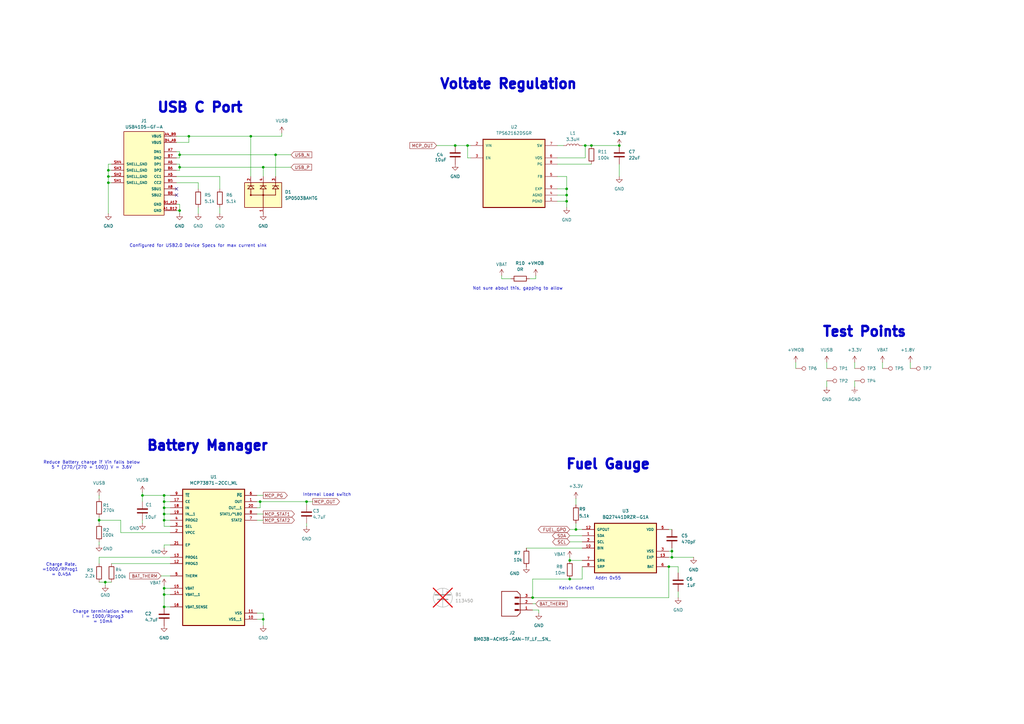
<source format=kicad_sch>
(kicad_sch (version 20250114) (generator "eeschema") (generator_version "9.0")
  (paper "A3")
  (title_block (title "Power System") (company "The University of Queensland"))
  (lib_symbols
    (symbol "BM03B-ACHSS-GAN-TF_LF__SN_:BM03B-ACHSS-GAN-TF_LF__SN_" (pin_names (offset 1.016) (hide yes))
      (property "Reference" "J" (at 0 6.35 0))
      (property "Value" "BM03B-ACHSS-GAN-TF_LF__SN_" (at 0 -7.62 0))
      (symbol "BM03B-ACHSS-GAN-TF_LF__SN__0_0"
        (pin passive line (at -5.08 2.54 0) (length 5.08) (name "1") (number "1"))
        (pin passive line (at -5.08 0 0) (length 5.08) (name "2") (number "2"))
        (pin passive line (at -5.08 -2.54 0) (length 5.08) (name "3") (number "3"))
      )
    )
    (symbol "BQ27441DRZR-G1A:BQ27441DRZR-G1A" (pin_names (offset 1.016))
      (property "Reference" "U" (at -12.7 17.51 0))
      (property "Value" "BQ27441DRZR-G1A" (at -12.7 -37.02 0))
      (symbol "BQ27441DRZR-G1A_0_0"
        (pin output line (at -17.78 13.97 0) (length 5.08) (name "GPOUT") (number "12"))
        (pin bidirectional line (at -17.78 11.43 0) (length 5.08) (name "SDA") (number "1"))
        (pin input line (at -17.78 8.89 0) (length 5.08) (name "SCL") (number "2"))
        (pin input line (at -17.78 6.35 0) (length 5.08) (name "BIN") (number "10"))
        (pin input line (at -17.78 1.27 0) (length 5.08) (name "SRN") (number "7"))
        (pin input line (at -17.78 -1.27 0) (length 5.08) (name "SRP") (number "8"))
        (pin power_in line (at 17.78 13.97 180) (length 5.08) (name "VDD") (number "5"))
        (pin power_in line (at 17.78 5.08 180) (length 5.08) (name "VSS") (number "3"))
        (pin input line (at 17.78 -1.27 180) (length 5.08) (name "BAT") (number "6"))
      )
      (symbol "BQ27441DRZR-G1A_1_0"
        (pin power_in line (at 17.78 2.54 180) (length 5.08) (name "EXP") (number "13"))
      )
    )
    (symbol "Capacitors:Capacitor_10uF" (pin_numbers (hide yes)) (pin_names (hide yes))
      (property "Reference" "C" (at 4.064 0 0))
      (property "Value" "10uF" (at 0 0 0))
      (symbol "Capacitor_10uF_1_1"
        (pin passive line (at 0 3.81 270) (length 2.794) (name "~") (number "1"))
        (pin passive line (at 0 -3.81 90) (length 2.794) (name "~") (number "2"))
      )
    )
    (symbol "Capacitors:Capacitor_1uF" (pin_numbers (hide yes)) (pin_names (hide yes))
      (property "Reference" "C" (at 4.064 0 0))
      (property "Value" "1uF" (at 0 0 0))
      (symbol "Capacitor_1uF_1_1"
        (pin passive line (at 0 3.81 270) (length 2.794) (name "~") (number "1"))
        (pin passive line (at 0 -3.81 90) (length 2.794) (name "~") (number "2"))
      )
    )
    (symbol "Capacitors:Capacitor_22uF" (pin_numbers (hide yes)) (pin_names (hide yes))
      (property "Reference" "C" (at 4.064 0 0))
      (property "Value" "22uF" (at 0 0 0))
      (symbol "Capacitor_22uF_1_1"
        (pin passive line (at 0 3.81 270) (length 2.794) (name "~") (number "1"))
        (pin passive line (at 0 -3.81 90) (length 2.794) (name "~") (number "2"))
      )
    )
    (symbol "Capacitors:Capacitor_4.7uF" (pin_numbers (hide yes)) (pin_names (hide yes))
      (property "Reference" "C" (at 4.064 0 0))
      (property "Value" "4.7uF" (at 0 0 0))
      (symbol "Capacitor_4.7uF_1_1"
        (pin passive line (at 0 3.81 270) (length 2.794) (name "~") (number "1"))
        (pin passive line (at 0 -3.81 90) (length 2.794) (name "~") (number "2"))
      )
    )
    (symbol "Capacitors:Capacitor_470pF" (pin_numbers (hide yes)) (pin_names (hide yes))
      (property "Reference" "C" (at 4.064 0 0))
      (property "Value" "470pF" (at 0 0 0))
      (symbol "Capacitor_470pF_1_1"
        (pin passive line (at 0 3.81 270) (length 2.794) (name "~") (number "1"))
        (pin passive line (at 0 -3.81 90) (length 2.794) (name "~") (number "2"))
      )
    )
    (symbol "Connector:TestPoint" (pin_numbers (hide yes)) (pin_names (offset 0.762) (hide yes))
      (property "Reference" "TP" (at 0 6.858 0))
      (property "Value" "TestPoint" (at 0 5.08 0))
      (symbol "TestPoint_1_1"
        (pin passive line (at 0 0 90) (length 2.54) (name "1") (number "1"))
      )
    )
    (symbol "MAMK2520T3R3M:MAMK2520T3R3M" (pin_numbers (hide yes)) (pin_names (offset 1.016) (hide yes))
      (property "Reference" "L" (at -7.62 5.08 0))
      (property "Value" "3.3uH" (at -7.62 2.54 0))
      (symbol "MAMK2520T3R3M_1_1"
        (pin passive line (at -3.81 0 0) (length 1.27) (name "1") (number "1"))
        (pin passive line (at 3.81 0 180) (length 1.27) (name "2") (number "2"))
      )
    )
    (symbol "MCP73871-2CCI_ML:MCP73871-2CCI_ML" (pin_names (offset 1.016))
      (property "Reference" "U" (at -12.7 26.4 0))
      (property "Value" "MCP73871-2CCI_ML" (at -12.7 -34.48 0))
      (symbol "MCP73871-2CCI_ML_0_0"
        (pin input line (at -17.78 22.86 0) (length 5.08) (name "~{TE}") (number "9"))
        (pin input line (at -17.78 20.32 0) (length 5.08) (name "CE") (number "17"))
        (pin input line (at -17.78 17.78 0) (length 5.08) (name "IN") (number "18"))
        (pin input line (at -17.78 15.24 0) (length 5.08) (name "IN__1") (number "19"))
        (pin input line (at -17.78 12.7 0) (length 5.08) (name "PROG2") (number "4"))
        (pin input line (at -17.78 10.16 0) (length 5.08) (name "SEL") (number "3"))
        (pin input line (at -17.78 7.62 0) (length 5.08) (name "VPCC") (number "2"))
        (pin bidirectional line (at -17.78 2.54 0) (length 5.08) (name "EP") (number "21"))
        (pin bidirectional line (at -17.78 -2.54 0) (length 5.08) (name "PROG1") (number "13"))
        (pin bidirectional line (at -17.78 -5.08 0) (length 5.08) (name "PROG3") (number "12"))
        (pin bidirectional line (at -17.78 -10.16 0) (length 5.08) (name "THERM") (number "5"))
        (pin bidirectional line (at -17.78 -15.24 0) (length 5.08) (name "VBAT") (number "15"))
        (pin bidirectional line (at -17.78 -17.78 0) (length 5.08) (name "VBAT__1") (number "14"))
        (pin bidirectional line (at -17.78 -22.86 0) (length 5.08) (name "VBAT_SENSE") (number "16"))
        (pin output line (at 17.78 22.86 180) (length 5.08) (name "~{PG}") (number "6"))
        (pin output line (at 17.78 20.32 180) (length 5.08) (name "OUT") (number "1"))
        (pin output line (at 17.78 17.78 180) (length 5.08) (name "OUT__1") (number "20"))
        (pin output line (at 17.78 15.24 180) (length 5.08) (name "STAT1/*LBO") (number "8"))
        (pin output line (at 17.78 12.7 180) (length 5.08) (name "STAT2") (number "7"))
        (pin power_in line (at 17.78 -25.4 180) (length 5.08) (name "VSS") (number "11"))
        (pin power_in line (at 17.78 -27.94 180) (length 5.08) (name "VSS__1") (number "10"))
      )
    )
    (symbol "Misc:Battery" (pin_numbers (hide yes)) (pin_names (hide yes)) (exclude_from_sim yes) (on_board no)
      (property "Reference" "B" (at 0 0 0))
      (property "Value" "113450" (at 0 0 0))
    )
    (symbol "Resistors:Resistor_0R_2A" (pin_numbers (hide yes)) (pin_names (hide yes))
      (property "Reference" "R" (at 2.54 0.254 0))
      (property "Value" "0R" (at 0 -3.81 0))
      (symbol "Resistor_0R_2A_1_1"
        (pin passive line (at 0 3.81 270) (length 1.27) (name "~") (number "2"))
        (pin passive line (at 0 -3.81 90) (length 1.27) (name "~") (number "1"))
      )
    )
    (symbol "Resistors:Resistor_100k" (pin_numbers (hide yes)) (pin_names (hide yes))
      (property "Reference" "R" (at 2.54 0.254 0))
      (property "Value" "100k" (at 0 -3.81 0))
      (symbol "Resistor_100k_1_1"
        (pin passive line (at 0 3.81 270) (length 1.27) (name "~") (number "2"))
        (pin passive line (at 0 -3.81 90) (length 1.27) (name "~") (number "1"))
      )
    )
    (symbol "Resistors:Resistor_10k" (pin_numbers (hide yes)) (pin_names (hide yes))
      (property "Reference" "R" (at 2.54 0.254 0))
      (property "Value" "10k" (at 0 -3.81 0))
      (symbol "Resistor_10k_1_1"
        (pin passive line (at 0 3.81 270) (length 1.27) (name "~") (number "2"))
        (pin passive line (at 0 -3.81 90) (length 1.27) (name "~") (number "1"))
      )
    )
    (symbol "Resistors:Resistor_10m_1W" (pin_numbers (hide yes)) (pin_names (hide yes))
      (property "Reference" "R" (at 2.54 0.254 0))
      (property "Value" "10m" (at 0 -3.81 0))
      (symbol "Resistor_10m_1W_1_1"
        (pin passive line (at 0 3.81 270) (length 1.27) (name "~") (number "2"))
        (pin passive line (at 0 -3.81 90) (length 1.27) (name "~") (number "1"))
      )
    )
    (symbol "Resistors:Resistor_270k" (pin_numbers (hide yes)) (pin_names (hide yes))
      (property "Reference" "R" (at 2.54 0.254 0))
      (property "Value" "270k" (at 0 -3.81 0))
      (symbol "Resistor_270k_1_1"
        (pin passive line (at 0 3.81 270) (length 1.27) (name "~") (number "2"))
        (pin passive line (at 0 -3.81 90) (length 1.27) (name "~") (number "1"))
      )
    )
    (symbol "Resistors:Resistor_2k2" (pin_numbers (hide yes)) (pin_names (hide yes))
      (property "Reference" "R" (at 2.54 0.254 0))
      (property "Value" "2.2k" (at 0 -3.81 0))
      (symbol "Resistor_2k2_1_1"
        (pin passive line (at 0 3.81 270) (length 1.27) (name "~") (number "2"))
        (pin passive line (at 0 -3.81 90) (length 1.27) (name "~") (number "1"))
      )
    )
    (symbol "Resistors:Resistor_5k1" (pin_numbers (hide yes)) (pin_names (hide yes))
      (property "Reference" "R" (at 2.54 0.254 0))
      (property "Value" "5.1k" (at 0 -3.81 0))
      (symbol "Resistor_5k1_1_1"
        (pin passive line (at 0 3.81 270) (length 1.27) (name "~") (number "2"))
        (pin passive line (at 0 -3.81 90) (length 1.27) (name "~") (number "1"))
      )
    )
    (symbol "SP0503BAHTG:SP0503BAHTG" (pin_names (offset 1.016))
      (property "Reference" "D" (at -5.4057 5.6059 0))
      (property "Value" "SP0503BAHTG" (at -5.6024 -7.5032 0))
      (symbol "SP0503BAHTG_0_0"
        (pin passive line (at -7.62 0 0) (length 2.54) (name "~") (number "1"))
        (pin passive line (at 7.62 5.08 180) (length 2.54) (name "~") (number "2"))
        (pin passive line (at 7.62 0 180) (length 2.54) (name "~") (number "4"))
        (pin passive line (at 7.62 -5.08 180) (length 2.54) (name "~") (number "3"))
      )
    )
    (symbol "TPS62162DSGR:TPS62162DSGR" (pin_names (offset 1.016))
      (property "Reference" "U" (at -12.7 13.7 0))
      (property "Value" "TPS62162DSGR" (at -12.7 -17.78 0))
      (symbol "TPS62162DSGR_0_0"
        (pin input line (at -17.78 10.16 0) (length 5.08) (name "VIN") (number "2"))
        (pin input line (at -17.78 5.08 0) (length 5.08) (name "EN") (number "3"))
        (pin output line (at 17.78 10.16 180) (length 5.08) (name "SW") (number "7"))
        (pin input line (at 17.78 5.08 180) (length 5.08) (name "VOS") (number "6"))
        (pin output line (at 17.78 2.54 180) (length 5.08) (name "PG") (number "8"))
        (pin input line (at 17.78 -2.54 180) (length 5.08) (name "FB") (number "5"))
        (pin passive line (at 17.78 -7.62 180) (length 5.08) (name "EXP") (number "9"))
        (pin power_in line (at 17.78 -10.16 180) (length 5.08) (name "AGND") (number "4"))
        (pin power_in line (at 17.78 -12.7 180) (length 5.08) (name "PGND") (number "1"))
      )
    )
    (symbol "USB4105-GF-A:USB4105-GF-A" (pin_names (offset 1.016))
      (property "Reference" "J" (at -1.27 20.574 0))
      (property "Value" "USB4105-GF-A" (at -1.524 18.034 0))
      (symbol "USB4105-GF-A_0_0"
        (pin power_in line (at -6.35 3.81 0) (length 5.08) (name "SHELL_GND") (number "SH4"))
        (pin power_in line (at -6.35 1.27 0) (length 5.08) (name "SHELL_GND") (number "SH3"))
        (pin power_in line (at -6.35 -1.27 0) (length 5.08) (name "SHELL_GND") (number "SH2"))
        (pin power_in line (at -6.35 -3.81 0) (length 5.08) (name "SHELL_GND") (number "SH1"))
        (pin power_in line (at 20.32 15.24 180) (length 5.08) (name "VBUS") (number "A4_B9"))
        (pin power_in line (at 20.32 12.7 180) (length 5.08) (name "VBUS") (number "B4_A9"))
        (pin bidirectional line (at 20.32 8.89 180) (length 5.08) (name "DN1") (number "A7"))
        (pin bidirectional line (at 20.32 6.35 180) (length 5.08) (name "DN2") (number "B7"))
        (pin bidirectional line (at 20.32 3.81 180) (length 5.08) (name "DP1") (number "A6"))
        (pin bidirectional line (at 20.32 1.27 180) (length 5.08) (name "DP2") (number "B6"))
        (pin bidirectional line (at 20.32 -1.27 180) (length 5.08) (name "CC1") (number "A5"))
        (pin bidirectional line (at 20.32 -3.81 180) (length 5.08) (name "CC2") (number "B5"))
        (pin bidirectional line (at 20.32 -6.35 180) (length 5.08) (name "SBU1") (number "A8"))
        (pin bidirectional line (at 20.32 -8.89 180) (length 5.08) (name "SBU2") (number "B8"))
        (pin power_in line (at 20.32 -12.7 180) (length 5.08) (name "GND") (number "B1_A12"))
        (pin power_in line (at 20.32 -15.24 180) (length 5.08) (name "GND") (number "A1_B12"))
      )
    )
    (symbol "power:+1V8" (power) (pin_numbers (hide yes)) (pin_names (offset 0) (hide yes))
      (property "Value" "+1V8" (at 0 3.556 0))
      (symbol "+1V8_1_1"
        (pin power_in line (at 0 0 90) (length 0) (name "~") (number "1"))
      )
    )
    (symbol "power:+3.3V" (power) (pin_numbers (hide yes)) (pin_names (offset 0) (hide yes))
      (property "Value" "+3.3V" (at 0 3.556 0))
      (symbol "+3.3V_1_1"
        (pin power_in line (at 0 0 90) (length 0) (name "~") (number "1"))
      )
    )
    (symbol "power:GND" (power) (pin_numbers (hide yes)) (pin_names (offset 0) (hide yes))
      (property "Value" "GND" (at 0 -3.81 0))
      (symbol "GND_1_1"
        (pin power_in line (at 0 0 270) (length 0) (name "~") (number "1"))
      )
    )
    (symbol "power:GNDREF" (power) (pin_numbers (hide yes)) (pin_names (offset 0) (hide yes))
      (property "Value" "GNDREF" (at 0 -3.81 0))
      (symbol "GNDREF_1_1"
        (pin power_in line (at 0 0 270) (length 0) (name "~") (number "1"))
      )
    )
    (symbol "power:VBUS" (power) (pin_numbers (hide yes)) (pin_names (offset 0) (hide yes))
      (property "Value" "VBUS" (at 0 3.556 0))
      (symbol "VBUS_1_1"
        (pin power_in line (at 0 0 90) (length 0) (name "~") (number "1"))
      )
    )
    (symbol "power:VCC" (power) (pin_numbers (hide yes)) (pin_names (offset 0) (hide yes))
      (property "Value" "VCC" (at 0 3.556 0))
      (symbol "VCC_1_1"
        (pin power_in line (at 0 0 90) (length 0) (name "~") (number "1"))
      )
    )
  )
  (text "Battery Manager\n" (at 85.09 182.88 0) (effects (font (size 4 4) (thickness 1) (bold yes))))
  (text "Configured for USB2.0 Device Specs for max current sink\n" (at 81.28 100.838 0) (effects (font (size 1.27 1.27))))
  (text "Charge Rate.\n=1000/RProg1 \n= 0.45A\n" (at 25.146 233.68 0) (effects (font (size 1.27 1.27))))
  (text "Addr: 0x55\n" (at 249.428 237.236 0) (effects (font (size 1.27 1.27))))
  (text "Voltate Regulation\n" (at 208.534 34.544 0) (effects (font (size 4 4) (thickness 1) (bold yes))))
  (text "Kelvin Connect\n" (at 236.474 241.3 0) (effects (font (size 1.27 1.27))))
  (text "Reduce Battery charge if Vin falls below\n5 * (270/(270 + 100)) V = 3.6V" (at 37.592 190.754 0) (effects (font (size 1.27 1.27))))
  (text "Internal Load switch " (at 134.62 202.946 0) (effects (font (size 1.27 1.27))))
  (text "Not sure about this, gapping to allow" (at 212.344 118.364 0) (effects (font (size 1.27 1.27))))
  (text "Charge terminiation when\nI = 1000/Rprog3\n= 10mA" (at 42.164 252.984 0) (effects (font (size 1.27 1.27))))
  (text "Fuel Gauge\n" (at 249.428 190.5 0) (effects (font (size 4 4) (thickness 1) (bold yes))))
  (text "USB C Port" (at 82.042 44.196 0) (effects (font (size 4 4) (thickness 1) (bold yes))))
  (text "Test Points\n" (at 354.584 136.144 0) (effects (font (size 4 4) (thickness 1) (bold yes))))
  (junction (at 43.18 238.76))
  (junction (at 67.31 213.36))
  (junction (at 232.41 77.47))
  (junction (at 106.68 205.74))
  (junction (at 67.31 203.2))
  (junction (at 67.31 243.84))
  (junction (at 274.32 232.41))
  (junction (at 275.59 226.06))
  (junction (at 67.31 208.28))
  (junction (at 254 59.69))
  (junction (at 40.64 213.36))
  (junction (at 218.44 245.11))
  (junction (at 232.41 82.55))
  (junction (at 77.47 55.88))
  (junction (at 186.69 59.69))
  (junction (at 67.31 205.74))
  (junction (at 73.66 86.36))
  (junction (at 232.41 80.01))
  (junction (at 67.31 248.92))
  (junction (at 67.31 241.3))
  (junction (at 113.03 63.5))
  (junction (at 44.45 72.39))
  (junction (at 233.68 229.87))
  (junction (at 73.66 63.5))
  (junction (at 236.22 217.17))
  (junction (at 275.59 228.6))
  (junction (at 67.31 210.82))
  (junction (at 125.73 205.74))
  (junction (at 107.95 254))
  (junction (at 44.45 74.93))
  (junction (at 44.45 69.85))
  (junction (at 107.95 68.58))
  (junction (at 240.03 59.69))
  (junction (at 58.42 203.2))
  (junction (at 233.68 237.49))
  (junction (at 73.66 68.58))
  (junction (at 191.77 59.69))
  (junction (at 242.57 59.69))
  (junction (at 102.87 55.88))
  (no_connect (at 72.39 77.47))
  (no_connect (at 72.39 80.01))
  (wire (pts (xy 44.45 72.39) (xy 45.72 72.39)))
  (wire (pts (xy 69.85 218.44) (xy 49.53 218.44)))
  (wire (pts (xy 228.6 80.01) (xy 232.41 80.01)))
  (wire (pts (xy 233.68 219.71) (xy 238.76 219.71)))
  (wire (pts (xy 274.32 228.6) (xy 275.59 228.6)))
  (wire (pts (xy 81.28 85.09) (xy 81.28 87.63)))
  (wire (pts (xy 275.59 228.6) (xy 275.59 226.06)))
  (wire (pts (xy 66.04 236.22) (xy 69.85 236.22)))
  (wire (pts (xy 113.03 63.5) (xy 119.38 63.5)))
  (wire (pts (xy 72.39 86.36) (xy 73.66 86.36)))
  (wire (pts (xy 67.31 203.2) (xy 69.85 203.2)))
  (wire (pts (xy 72.39 58.42) (xy 77.47 58.42)))
  (wire (pts (xy 67.31 210.82) (xy 67.31 208.28)))
  (wire (pts (xy 67.31 240.03) (xy 67.31 241.3)))
  (wire (pts (xy 115.57 55.88) (xy 115.57 54.61)))
  (wire (pts (xy 113.03 63.5) (xy 113.03 72.39)))
  (wire (pts (xy 72.39 55.88) (xy 77.47 55.88)))
  (wire (pts (xy 125.73 215.9) (xy 125.73 214.63)))
  (wire (pts (xy 69.85 215.9) (xy 67.31 215.9)))
  (wire (pts (xy 58.42 201.93) (xy 58.42 203.2)))
  (wire (pts (xy 278.13 232.41) (xy 278.13 234.95)))
  (wire (pts (xy 58.42 205.74) (xy 58.42 203.2)))
  (wire (pts (xy 219.71 247.65) (xy 218.44 247.65)))
  (wire (pts (xy 67.31 203.2) (xy 67.31 205.74)))
  (wire (pts (xy 81.28 74.93) (xy 72.39 74.93)))
  (wire (pts (xy 58.42 203.2) (xy 67.31 203.2)))
  (wire (pts (xy 191.77 59.69) (xy 193.04 59.69)))
  (wire (pts (xy 44.45 87.63) (xy 44.45 74.93)))
  (wire (pts (xy 45.72 67.31) (xy 44.45 67.31)))
  (wire (pts (xy 233.68 229.87) (xy 233.68 228.6)))
  (wire (pts (xy 115.57 55.88) (xy 102.87 55.88)))
  (wire (pts (xy 228.6 82.55) (xy 232.41 82.55)))
  (wire (pts (xy 339.09 148.59) (xy 339.09 151.13)))
  (wire (pts (xy 125.73 205.74) (xy 128.27 205.74)))
  (wire (pts (xy 219.71 114.3) (xy 219.71 113.03)))
  (wire (pts (xy 106.68 205.74) (xy 105.41 205.74)))
  (wire (pts (xy 40.64 228.6) (xy 69.85 228.6)))
  (wire (pts (xy 73.66 63.5) (xy 73.66 64.77)))
  (wire (pts (xy 102.87 55.88) (xy 102.87 72.39)))
  (wire (pts (xy 73.66 86.36) (xy 73.66 87.63)))
  (wire (pts (xy 73.66 63.5) (xy 113.03 63.5)))
  (wire (pts (xy 228.6 77.47) (xy 232.41 77.47)))
  (wire (pts (xy 67.31 223.52) (xy 67.31 224.79)))
  (wire (pts (xy 67.31 248.92) (xy 69.85 248.92)))
  (wire (pts (xy 361.95 148.59) (xy 361.95 151.13)))
  (wire (pts (xy 107.95 68.58) (xy 107.95 72.39)))
  (wire (pts (xy 228.6 72.39) (xy 232.41 72.39)))
  (wire (pts (xy 45.72 231.14) (xy 69.85 231.14)))
  (wire (pts (xy 49.53 218.44) (xy 49.53 213.36)))
  (wire (pts (xy 40.64 228.6) (xy 40.64 231.14)))
  (wire (pts (xy 67.31 213.36) (xy 69.85 213.36)))
  (wire (pts (xy 205.74 114.3) (xy 209.55 114.3)))
  (wire (pts (xy 67.31 243.84) (xy 69.85 243.84)))
  (wire (pts (xy 43.18 238.76) (xy 45.72 238.76)))
  (wire (pts (xy 218.44 245.11) (xy 274.32 245.11)))
  (wire (pts (xy 72.39 67.31) (xy 73.66 67.31)))
  (wire (pts (xy 205.74 113.03) (xy 205.74 114.3)))
  (wire (pts (xy 73.66 68.58) (xy 73.66 69.85)))
  (wire (pts (xy 67.31 213.36) (xy 67.31 210.82)))
  (wire (pts (xy 220.98 251.46) (xy 220.98 250.19)))
  (wire (pts (xy 220.98 250.19) (xy 218.44 250.19)))
  (wire (pts (xy 40.64 203.2) (xy 40.64 204.47)))
  (wire (pts (xy 67.31 215.9) (xy 67.31 213.36)))
  (wire (pts (xy 40.64 238.76) (xy 43.18 238.76)))
  (wire (pts (xy 81.28 74.93) (xy 81.28 77.47)))
  (wire (pts (xy 73.66 67.31) (xy 73.66 68.58)))
  (wire (pts (xy 105.41 213.36) (xy 107.95 213.36)))
  (wire (pts (xy 72.39 83.82) (xy 73.66 83.82)))
  (wire (pts (xy 44.45 69.85) (xy 45.72 69.85)))
  (wire (pts (xy 179.07 59.69) (xy 186.69 59.69)))
  (wire (pts (xy 278.13 232.41) (xy 274.32 232.41)))
  (wire (pts (xy 238.76 59.69) (xy 240.03 59.69)))
  (wire (pts (xy 232.41 72.39) (xy 232.41 77.47)))
  (wire (pts (xy 228.6 59.69) (xy 231.14 59.69)))
  (wire (pts (xy 125.73 207.01) (xy 125.73 205.74)))
  (wire (pts (xy 186.69 59.69) (xy 191.77 59.69)))
  (wire (pts (xy 107.95 251.46) (xy 107.95 254)))
  (wire (pts (xy 73.66 68.58) (xy 107.95 68.58)))
  (wire (pts (xy 238.76 217.17) (xy 236.22 217.17)))
  (wire (pts (xy 73.66 69.85) (xy 72.39 69.85)))
  (wire (pts (xy 43.18 238.76) (xy 43.18 240.03)))
  (wire (pts (xy 44.45 74.93) (xy 45.72 74.93)))
  (wire (pts (xy 233.68 237.49) (xy 238.76 237.49)))
  (wire (pts (xy 102.87 55.88) (xy 77.47 55.88)))
  (wire (pts (xy 238.76 232.41) (xy 238.76 237.49)))
  (wire (pts (xy 218.44 237.49) (xy 218.44 245.11)))
  (wire (pts (xy 193.04 64.77) (xy 191.77 64.77)))
  (wire (pts (xy 69.85 205.74) (xy 67.31 205.74)))
  (wire (pts (xy 105.41 210.82) (xy 107.95 210.82)))
  (wire (pts (xy 105.41 251.46) (xy 107.95 251.46)))
  (wire (pts (xy 90.17 72.39) (xy 90.17 77.47)))
  (wire (pts (xy 107.95 256.54) (xy 107.95 254)))
  (wire (pts (xy 373.38 148.59) (xy 373.38 151.13)))
  (wire (pts (xy 67.31 248.92) (xy 67.31 243.84)))
  (wire (pts (xy 254 67.31) (xy 254 72.39)))
  (wire (pts (xy 274.32 245.11) (xy 274.32 232.41)))
  (wire (pts (xy 217.17 114.3) (xy 219.71 114.3)))
  (wire (pts (xy 67.31 241.3) (xy 67.31 243.84)))
  (wire (pts (xy 274.32 226.06) (xy 275.59 226.06)))
  (wire (pts (xy 73.66 64.77) (xy 72.39 64.77)))
  (wire (pts (xy 233.68 222.25) (xy 238.76 222.25)))
  (wire (pts (xy 232.41 77.47) (xy 232.41 80.01)))
  (wire (pts (xy 350.52 156.21) (xy 350.52 158.75)))
  (wire (pts (xy 326.39 148.59) (xy 326.39 151.13)))
  (wire (pts (xy 40.64 222.25) (xy 40.64 223.52)))
  (wire (pts (xy 77.47 58.42) (xy 77.47 55.88)))
  (wire (pts (xy 228.6 64.77) (xy 240.03 64.77)))
  (wire (pts (xy 218.44 237.49) (xy 233.68 237.49)))
  (wire (pts (xy 40.64 213.36) (xy 40.64 214.63)))
  (wire (pts (xy 236.22 217.17) (xy 236.22 214.63)))
  (wire (pts (xy 40.64 212.09) (xy 40.64 213.36)))
  (wire (pts (xy 236.22 204.47) (xy 236.22 207.01)))
  (wire (pts (xy 72.39 72.39) (xy 90.17 72.39)))
  (wire (pts (xy 44.45 69.85) (xy 44.45 72.39)))
  (wire (pts (xy 240.03 64.77) (xy 240.03 59.69)))
  (wire (pts (xy 49.53 213.36) (xy 40.64 213.36)))
  (wire (pts (xy 238.76 229.87) (xy 233.68 229.87)))
  (wire (pts (xy 67.31 210.82) (xy 69.85 210.82)))
  (wire (pts (xy 275.59 226.06) (xy 275.59 224.79)))
  (wire (pts (xy 44.45 72.39) (xy 44.45 74.93)))
  (wire (pts (xy 232.41 80.01) (xy 232.41 82.55)))
  (wire (pts (xy 284.48 228.6) (xy 275.59 228.6)))
  (wire (pts (xy 72.39 62.23) (xy 73.66 62.23)))
  (wire (pts (xy 67.31 205.74) (xy 67.31 208.28)))
  (wire (pts (xy 106.68 208.28) (xy 106.68 205.74)))
  (wire (pts (xy 215.9 224.79) (xy 238.76 224.79)))
  (wire (pts (xy 242.57 59.69) (xy 254 59.69)))
  (wire (pts (xy 339.09 156.21) (xy 339.09 158.75)))
  (wire (pts (xy 107.95 254) (xy 105.41 254)))
  (wire (pts (xy 350.52 148.59) (xy 350.52 151.13)))
  (wire (pts (xy 240.03 59.69) (xy 242.57 59.69)))
  (wire (pts (xy 105.41 208.28) (xy 106.68 208.28)))
  (wire (pts (xy 233.68 217.17) (xy 236.22 217.17)))
  (wire (pts (xy 274.32 217.17) (xy 275.59 217.17)))
  (wire (pts (xy 73.66 62.23) (xy 73.66 63.5)))
  (wire (pts (xy 67.31 208.28) (xy 69.85 208.28)))
  (wire (pts (xy 232.41 82.55) (xy 232.41 85.09)))
  (wire (pts (xy 107.95 203.2) (xy 105.41 203.2)))
  (wire (pts (xy 73.66 83.82) (xy 73.66 86.36)))
  (wire (pts (xy 107.95 68.58) (xy 119.38 68.58)))
  (wire (pts (xy 69.85 223.52) (xy 67.31 223.52)))
  (wire (pts (xy 44.45 67.31) (xy 44.45 69.85)))
  (wire (pts (xy 58.42 214.63) (xy 58.42 213.36)))
  (wire (pts (xy 67.31 241.3) (xy 69.85 241.3)))
  (wire (pts (xy 106.68 205.74) (xy 125.73 205.74)))
  (wire (pts (xy 90.17 85.09) (xy 90.17 87.63)))
  (wire (pts (xy 228.6 67.31) (xy 242.57 67.31)))
  (wire (pts (xy 191.77 64.77) (xy 191.77 59.69)))
  (wire (pts (xy 278.13 242.57) (xy 278.13 245.11)))
  (global_label "SDA" (shape bidirectional) (at 233.68 219.71 180) (property "Intersheetrefs" "${INTERSHEET_REFS}" (effects (hide yes))))
  (global_label "USB_N" (shape input) (at 119.38 63.5 0) (property "Intersheetrefs" "${INTERSHEET_REFS}" (effects (hide yes))))
  (global_label "MCP_PG" (shape output) (at 107.95 203.2 0) (property "Intersheetrefs" "${INTERSHEET_REFS}" (effects (hide yes))))
  (global_label "FUEL_GPO" (shape bidirectional) (at 233.68 217.17 180) (property "Intersheetrefs" "${INTERSHEET_REFS}" (effects (hide yes))))
  (global_label "MCP_OUT" (shape output) (at 128.27 205.74 0) (property "Intersheetrefs" "${INTERSHEET_REFS}" (effects (hide yes))))
  (global_label "MCP_STAT1" (shape output) (at 107.95 210.82 0) (property "Intersheetrefs" "${INTERSHEET_REFS}" (effects (hide yes))))
  (global_label "BAT_THERM" (shape input) (at 219.71 247.65 0) (property "Intersheetrefs" "${INTERSHEET_REFS}" (effects (hide yes))))
  (global_label "MCP_OUT" (shape input) (at 179.07 59.69 180) (property "Intersheetrefs" "${INTERSHEET_REFS}" (effects (hide yes))))
  (global_label "SCL" (shape bidirectional) (at 233.68 222.25 180) (property "Intersheetrefs" "${INTERSHEET_REFS}" (effects (hide yes))))
  (global_label "MCP_STAT2" (shape output) (at 107.95 213.36 0) (property "Intersheetrefs" "${INTERSHEET_REFS}" (effects (hide yes))))
  (global_label "BAT_THERM" (shape input) (at 66.04 236.22 180) (property "Intersheetrefs" "${INTERSHEET_REFS}" (effects (hide yes))))
  (global_label "USB_P" (shape input) (at 119.38 68.58 0) (property "Intersheetrefs" "${INTERSHEET_REFS}" (effects (hide yes))))
  (symbol (lib_id "Capacitors:Capacitor_470pF") (at 275.59 220.98 0) (unit 1)
    (property "Reference" "C5" (at 279.4 219.7099 0) (effects (justify left)))
    (property "Value" "470pF" (at 279.4 222.2499 0) (effects (justify left)))
    (property "Footprint" "Capacitor_SMD:C_0402_1005Metric" (effects (hide yes)))
    (property "Description" "CAP CER 470PF 10V X7R 0402" (effects (hide yes)))
    (property "LCSC PN" "C26412" (effects (hide yes)))
  )
  (symbol (lib_id "power:VBUS") (at 339.09 148.59 0) (unit 1)
    (property "Reference" "#PWR029" (effects (hide yes)))
    (property "Value" "VUSB" (at 339.09 143.51 0))
    (property "Description" "Power symbol creates a global label with name \"VBUS\"" (effects (hide yes)))
  )
  (symbol (lib_id "Connector:TestPoint") (at 373.38 151.13 270) (unit 1)
    (property "Reference" "TP7" (at 378.46 151.1299 90) (effects (justify left)))
    (property "Value" "TestPoint" (effects (hide yes)))
    (property "Footprint" "TestPoint:TestPoint_Pad_D1.5mm" (effects (hide yes)))
    (property "Description" "test point" (effects (hide yes)))
  )
  (symbol (lib_id "power:GND") (at 220.98 251.46 0) (unit 1)
    (property "Reference" "#PWR019" (effects (hide yes)))
    (property "Value" "GND" (at 220.98 256.54 0))
    (property "Description" "Power symbol creates a global label with name \"GND\" , ground" (effects (hide yes)))
  )
  (symbol (lib_id "power:+3.3V") (at 236.22 204.47 0) (unit 1)
    (property "Reference" "#PWR022" (effects (hide yes)))
    (property "Value" "+3.3V" (at 236.22 199.39 0))
    (property "Description" "Power symbol creates a global label with name \"+3.3V\"" (effects (hide yes)))
  )
  (symbol (lib_id "Connector:TestPoint") (at 339.09 156.21 270) (unit 1)
    (property "Reference" "TP2" (at 344.17 156.2099 90) (effects (justify left)))
    (property "Value" "TestPoint" (effects (hide yes)))
    (property "Footprint" "TestPoint:TestPoint_Pad_D1.5mm" (effects (hide yes)))
    (property "Description" "test point" (effects (hide yes)))
  )
  (symbol (lib_id "power:GND") (at 278.13 245.11 0) (unit 1)
    (property "Reference" "#PWR025" (effects (hide yes)))
    (property "Value" "GND" (at 278.13 250.19 0))
    (property "Description" "Power symbol creates a global label with name \"GND\" , ground" (effects (hide yes)))
  )
  (symbol (lib_id "power:+3.3V") (at 350.52 148.59 0) (unit 1)
    (property "Reference" "#PWR031" (effects (hide yes)))
    (property "Value" "+3.3V" (at 350.52 143.51 0))
    (property "Description" "Power symbol creates a global label with name \"+3.3V\"" (effects (hide yes)))
  )
  (symbol (lib_id "power:GND") (at 339.09 158.75 0) (unit 1)
    (property "Reference" "#PWR030" (effects (hide yes)))
    (property "Value" "GND" (at 339.09 163.83 0))
    (property "Description" "Power symbol creates a global label with name \"GND\" , ground" (effects (hide yes)))
  )
  (symbol (lib_id "power:GND") (at 67.31 256.54 0) (unit 1)
    (property "Reference" "#PWR010" (effects (hide yes)))
    (property "Value" "GND" (at 67.31 261.62 0))
    (property "Description" "Power symbol creates a global label with name \"GND\" , ground" (effects (hide yes)))
  )
  (symbol (lib_id "power:GND") (at 43.18 240.03 0) (unit 1)
    (property "Reference" "#PWR04" (effects (hide yes)))
    (property "Value" "GND" (at 43.18 244.094 0))
    (property "Description" "Power symbol creates a global label with name \"GND\" , ground" (effects (hide yes)))
  )
  (symbol (lib_id "Connector:TestPoint") (at 339.09 151.13 270) (unit 1)
    (property "Reference" "TP1" (at 344.17 151.1299 90) (effects (justify left)))
    (property "Value" "TestPoint" (effects (hide yes)))
    (property "Footprint" "TestPoint:TestPoint_Pad_D1.5mm" (effects (hide yes)))
    (property "Description" "test point" (effects (hide yes)))
  )
  (symbol (lib_id "TPS62162DSGR:TPS62162DSGR") (at 210.82 69.85 0) (unit 1)
    (property "Reference" "U2" (at 210.82 52.07 0))
    (property "Value" "TPS62162DSGR" (at 210.82 54.61 0))
    (property "Footprint" "TPS62162DSGR:SON50P200X200X80-9N" (effects (hide yes)))
    (property "DigiKey_Part_Number" "296-43671-2-ND" (effects (hide yes)))
    (property "SnapEDA_Link" "https://www.snapeda.com/parts/TPS62162DSGR/Texas+Instruments/view-part/?ref=snap" (effects (hide yes)))
    (property "MAXIMUM_PACKAGE_HEIGHT" "0.8mm" (effects (hide yes)))
    (property "Package" "WSON-8 Texas Instruments" (effects (hide yes)))
    (property "Check_prices" "https://www.snapeda.com/parts/TPS62162DSGR/Texas+Instruments/view-part/?ref=eda" (effects (hide yes)))
    (property "STANDARD" "IPC-7351B" (effects (hide yes)))
    (property "PARTREV" "E" (effects (hide yes)))
    (property "MF" "Texas Instruments" (effects (hide yes)))
    (property "MP" "TPS62162DSGR" (effects (hide yes)))
    (property "Description_1" "\n                        \n                            3V-17V 1A Step-Down Converters with DCS-Control™\n                        \n" (effects (hide yes)))
    (property "MANUFACTURER" "Texas Instruments" (effects (hide yes)))
    (property "LCSC PN" "C40256" (effects (hide yes)))
  )
  (symbol (lib_id "power:GND") (at 44.45 87.63 0) (unit 1)
    (property "Reference" "#PWR01" (effects (hide yes)))
    (property "Value" "GND" (at 44.45 92.71 0))
    (property "Description" "Power symbol creates a global label with name \"GND\" , ground" (effects (hide yes)))
  )
  (symbol (lib_id "Capacitors:Capacitor_4.7uF") (at 67.31 252.73 0) (unit 1)
    (property "Reference" "C2" (at 59.436 251.714 0) (effects (justify left)))
    (property "Value" "4.7uF" (at 59.436 254.254 0) (effects (justify left)))
    (property "Footprint" "Capacitor_SMD:C_0402_1005Metric" (effects (hide yes)))
    (property "Description" "4.7 µF ±10% 6.3V Ceramic Capacitor X5R 0402 (1005 Metric)" (effects (hide yes)))
    (property "LCSC PN" "C191541" (effects (hide yes)))
  )
  (symbol (lib_id "power:GND") (at 107.95 256.54 0) (unit 1)
    (property "Reference" "#PWR015" (effects (hide yes)))
    (property "Value" "GND" (at 107.95 261.62 0))
    (property "Description" "Power symbol creates a global label with name \"GND\" , ground" (effects (hide yes)))
  )
  (symbol (lib_id "Resistors:Resistor_5k1") (at 236.22 210.82 0) (unit 1)
    (property "Reference" "R9" (at 237.49 208.788 0) (effects (justify left)))
    (property "Value" "5.1k" (at 237.49 211.582 0) (effects (justify left)))
    (property "Footprint" "Resistor_SMD:R_0402_1005Metric" (effects (hide yes)))
    (property "Description" "RES SMD 5.1K OHM 5% 1/10W 0402" (effects (hide yes)))
    (property "LCSC PN" "C278598" (effects (hide yes)))
  )
  (symbol (lib_id "power:+3.3V") (at 254 59.69 0) (unit 1)
    (property "Reference" "#PWR027" (effects (hide yes)))
    (property "Value" "+3.3V" (at 254 54.61 0))
    (property "Description" "Power symbol creates a global label with name \"+3.3V\"" (effects (hide yes)))
  )
  (symbol (lib_id "Resistors:Resistor_2k2") (at 40.64 234.95 180) (unit 1)
    (property "Reference" "R3" (at 35.56 233.934 0) (effects (justify right)))
    (property "Value" "2.2k" (at 34.798 236.22 0) (effects (justify right)))
    (property "Footprint" "Resistor_SMD:R_0402_1005Metric" (effects (hide yes)))
    (property "Description" "RES 2.2K OHM 5% 1/16W 0402" (effects (hide yes)))
    (property "LCSC PN" "C606171" (effects (hide yes)))
  )
  (symbol (lib_id "power:VBUS") (at 67.31 240.03 0) (unit 1)
    (property "Reference" "#PWR09" (effects (hide yes)))
    (property "Value" "VBAT" (at 63.754 239.014 0))
    (property "Description" "Power symbol creates a global label with name \"VBUS\"" (effects (hide yes)))
  )
  (symbol (lib_id "power:GNDREF") (at 350.52 158.75 0) (unit 1)
    (property "Reference" "#PWR032" (effects (hide yes)))
    (property "Value" "AGND" (at 350.52 163.83 0))
    (property "Description" "Power symbol creates a global label with name \"GNDREF\" , reference supply ground" (effects (hide yes)))
  )
  (symbol (lib_id "Resistors:Resistor_100k") (at 40.64 218.44 0) (unit 1)
    (property "Reference" "R2" (at 42.164 217.424 0) (effects (justify left)))
    (property "Value" "100k" (at 41.91 219.456 0) (effects (justify left)))
    (property "Footprint" "Resistor_SMD:R_0402_1005Metric" (effects (hide yes)))
    (property "Description" "RES 100K OHM 1% 1/10W 0402" (effects (hide yes)))
    (property "LCSC PN" "C606167" (effects (hide yes)))
  )
  (symbol (lib_id "power:+3.3V") (at 219.71 113.03 0) (unit 1)
    (property "Reference" "#PWR023" (effects (hide yes)))
    (property "Value" "+VMOB" (at 219.71 107.95 0))
    (property "Description" "Power symbol creates a global label with name \"+3.3V\"" (effects (hide yes)))
  )
  (symbol (lib_id "power:GND") (at 215.9 232.41 0) (unit 1)
    (property "Reference" "#PWR017" (effects (hide yes)))
    (property "Value" "GND" (at 211.074 235.204 0))
    (property "Description" "Power symbol creates a global label with name \"GND\" , ground" (effects (hide yes)))
  )
  (symbol (lib_id "Resistors:Resistor_5k1") (at 90.17 81.28 0) (unit 1)
    (property "Reference" "R6" (at 92.71 80.0099 0) (effects (justify left)))
    (property "Value" "5.1k" (at 92.71 82.5499 0) (effects (justify left)))
    (property "Footprint" "Resistor_SMD:R_0402_1005Metric" (effects (hide yes)))
    (property "Description" "RES SMD 5.1K OHM 5% 1/10W 0402" (effects (hide yes)))
    (property "LCSC PN" "C7334585" (effects (hide yes)))
  )
  (symbol (lib_id "MCP73871-2CCI_ML:MCP73871-2CCI_ML") (at 87.63 226.06 0) (unit 1)
    (property "Reference" "U1" (at 87.63 195.58 0))
    (property "Value" "MCP73871-2CCI_ML" (at 87.63 198.12 0))
    (property "Footprint" "MCP73871-2CCI_ML:QFN50P400X400X100-21N" (effects (hide yes)))
    (property "MF" "Microchip" (effects (hide yes)))
    (property "Description_1" "Microchip MCP73871-2CCI/ML, Battery Charge Controller, 1000mA, 20-Pin QFN | Microchip Technology Inc. MCP73871-2CCI/ML" (effects (hide yes)))
    (property "Package" "QFN-20 Microchip" (effects (hide yes)))
    (property "Price" "None" (effects (hide yes)))
    (property "SnapEDA_Link" "https://www.snapeda.com/parts/MCP73871-2CCI/ML/Microchip/view-part/?ref=snap" (effects (hide yes)))
    (property "MP" "MCP73871-2CCI/ML" (effects (hide yes)))
    (property "Availability" "In Stock" (effects (hide yes)))
    (property "Check_prices" "https://www.snapeda.com/parts/MCP73871-2CCI/ML/Microchip/view-part/?ref=eda" (effects (hide yes)))
    (property "LCSC PN" "C5121473" (effects (hide yes)))
  )
  (symbol (lib_id "Capacitors:Capacitor_22uF") (at 254 63.5 0) (unit 1)
    (property "Reference" "C7" (at 257.81 62.2299 0) (effects (justify left)))
    (property "Value" "22uF" (at 257.81 64.7699 0) (effects (justify left)))
    (property "Footprint" "Capacitor_SMD:C_0603_1608Metric" (effects (hide yes)))
    (property "Description" "1 µF ±10% 25V Ceramic Capacitor X5R 0402 (1005 Metric)" (effects (hide yes)))
    (property "LCSC PN" "C3020456" (effects (hide yes)))
  )
  (symbol (lib_id "power:GND") (at 125.73 215.9 0) (unit 1)
    (property "Reference" "#PWR016" (effects (hide yes)))
    (property "Value" "GND" (at 125.73 220.98 0))
    (property "Description" "Power symbol creates a global label with name \"GND\" , ground" (effects (hide yes)))
  )
  (symbol (lib_id "power:GND") (at 186.69 67.31 0) (unit 1)
    (property "Reference" "#PWR018" (effects (hide yes)))
    (property "Value" "GND" (at 186.69 72.39 0))
    (property "Description" "Power symbol creates a global label with name \"GND\" , ground" (effects (hide yes)))
  )
  (symbol (lib_id "Resistors:Resistor_100k") (at 242.57 63.5 0) (unit 1)
    (property "Reference" "R11" (at 245.11 62.2299 0) (effects (justify left)))
    (property "Value" "100k" (at 245.11 64.7699 0) (effects (justify left)))
    (property "Footprint" "Resistor_SMD:R_0402_1005Metric" (effects (hide yes)))
    (property "Description" "RES 100K OHM 1% 1/10W 0402" (effects (hide yes)))
    (property "LCSC PN" "C606167" (effects (hide yes)))
  )
  (symbol (lib_id "power:GND") (at 58.42 214.63 0) (unit 1)
    (property "Reference" "#PWR06" (effects (hide yes)))
    (property "Value" "GND" (at 55.118 216.662 0))
    (property "Description" "Power symbol creates a global label with name \"GND\" , ground" (effects (hide yes)))
  )
  (symbol (lib_id "power:VBUS") (at 233.68 228.6 0) (unit 1)
    (property "Reference" "#PWR020" (effects (hide yes)))
    (property "Value" "VBAT" (at 229.616 227.33 0))
    (property "Description" "Power symbol creates a global label with name \"VBUS\"" (effects (hide yes)))
  )
  (symbol (lib_id "USB4105-GF-A:USB4105-GF-A") (at 52.07 71.12 0) (unit 1)
    (property "Reference" "J1" (at 59.055 49.53 0))
    (property "Value" "USB4105-GF-A" (at 59.055 52.07 0))
    (property "Footprint" "USB_C_connector:GCT_USB4105-GF-A" (effects (hide yes)))
    (property "DigiKey_Part_Number" "2073-USB4105-GF-ATR-ND" (effects (hide yes)))
    (property "SnapEDA_Link" "https://www.snapeda.com/parts/USB4105-GF-A/Global+Connector+Technology/view-part/?ref=snap" (effects (hide yes)))
    (property "MAXIMUM_PACKAGE_HEIGHT" "3.31 mm" (effects (hide yes)))
    (property "Package" "None" (effects (hide yes)))
    (property "Check_prices" "https://www.snapeda.com/parts/USB4105-GF-A/Global+Connector+Technology/view-part/?ref=eda" (effects (hide yes)))
    (property "STANDARD" "Manufacturer Recommendations" (effects (hide yes)))
    (property "PARTREV" "B4" (effects (hide yes)))
    (property "MF" "GCT" (effects (hide yes)))
    (property "MP" "USB4105-GF-A" (effects (hide yes)))
    (property "Description_1" "\n                        \n                            USB-C (USB TYPE-C) USB 2.0 Receptacle Connector 24 (16+8 Dummy) Position Surface Mount, Right Angle; Through Hole\n                        \n" (effects (hide yes)))
    (property "MANUFACTURER" "GCT" (effects (hide yes)))
  )
  (symbol (lib_id "power:GND") (at 90.17 87.63 0) (unit 1)
    (property "Reference" "#PWR012" (effects (hide yes)))
    (property "Value" "GND" (at 90.17 92.71 0))
    (property "Description" "Power symbol creates a global label with name \"GND\" , ground" (effects (hide yes)))
  )
  (symbol (lib_id "power:VCC") (at 40.64 203.2 0) (unit 1)
    (property "Reference" "#PWR02" (effects (hide yes)))
    (property "Value" "VUSB" (at 40.64 198.12 0))
    (property "Description" "Power symbol creates a global label with name \"VCC\"" (effects (hide yes)))
  )
  (symbol (lib_id "Connector:TestPoint") (at 361.95 151.13 270) (unit 1)
    (property "Reference" "TP5" (at 367.03 151.1299 90) (effects (justify left)))
    (property "Value" "TestPoint" (effects (hide yes)))
    (property "Footprint" "TestPoint:TestPoint_Pad_D1.5mm" (effects (hide yes)))
    (property "Description" "test point" (effects (hide yes)))
  )
  (symbol (lib_id "MAMK2520T3R3M:MAMK2520T3R3M") (at 234.95 59.69 0) (unit 1)
    (property "Reference" "L1" (at 234.95 54.61 0))
    (property "Value" "3.3uH" (at 234.95 57.15 0))
    (property "Footprint" "Inductors:INDC2520X120N" (effects (hide yes)))
    (property "Description" "MAMK2520T3R3M" (effects (hide yes)))
    (property "DigiKey_Part_Number" "587-3227-2-ND" (effects (hide yes)))
    (property "SnapEDA_Link" "https://www.snapeda.com/parts/MAMK2520T3R3M/Taiyo+Yuden/view-part/?ref=snap" (effects (hide yes)))
    (property "Description_1" "\n                        \n                            3.3 µH Shielded Drum Core, Wirewound Inductor 1.7 A 156mOhm Max 1008 (2520 Metric)\n                        \n" (effects (hide yes)))
    (property "MF" "Taiyo Yuden" (effects (hide yes)))
    (property "Package" "2520 Taiyo Yuden" (effects (hide yes)))
    (property "Check_prices" "https://www.snapeda.com/parts/MAMK2520T3R3M/Taiyo+Yuden/view-part/?ref=eda" (effects (hide yes)))
    (property "MP" "MAMK2520T3R3M" (effects (hide yes)))
  )
  (symbol (lib_id "power:GND") (at 107.95 87.63 0) (unit 1)
    (property "Reference" "#PWR013" (effects (hide yes)))
    (property "Value" "GND" (at 107.95 92.71 0))
    (property "Description" "Power symbol creates a global label with name \"GND\" , ground" (effects (hide yes)))
  )
  (symbol (lib_id "Resistors:Resistor_0R_2A") (at 213.36 114.3 90) (unit 1)
    (property "Reference" "R10" (at 213.36 107.95 90))
    (property "Value" "0R" (at 213.36 110.49 90))
    (property "Footprint" "Resistor_SMD:R_0805_2012Metric" (effects (hide yes)))
    (property "LCSC PN" "C844811" (effects (hide yes)))
  )
  (symbol (lib_id "power:GND") (at 67.31 224.79 0) (unit 1)
    (property "Reference" "#PWR08" (effects (hide yes)))
    (property "Value" "GND" (at 64.008 226.314 0))
    (property "Description" "Power symbol creates a global label with name \"GND\" , ground" (effects (hide yes)))
  )
  (symbol (lib_id "power:GND") (at 284.48 228.6 0) (unit 1)
    (property "Reference" "#PWR026" (effects (hide yes)))
    (property "Value" "GND" (at 284.48 233.68 0))
    (property "Description" "Power symbol creates a global label with name \"GND\" , ground" (effects (hide yes)))
  )
  (symbol (lib_id "BQ27441DRZR-G1A:BQ27441DRZR-G1A") (at 256.54 231.14 0) (unit 1)
    (property "Reference" "U3" (at 256.54 209.55 0))
    (property "Value" "BQ27441DRZR-G1A" (at 256.54 212.09 0))
    (property "Footprint" "BQ27441DRZR-G1A:IC_BQ27441DRZR-G1A" (effects (hide yes)))
    (property "MF" "Texas Instruments" (effects (hide yes)))
    (property "Description_1" "\n                        \n                            System-side Impedance Track™ battery fuel (gas) gauge\n                        \n" (effects (hide yes)))
    (property "Package" "VSON-12 Texas Instruments" (effects (hide yes)))
    (property "Price" "None" (effects (hide yes)))
    (property "SnapEDA_Link" "https://www.snapeda.com/parts/BQ27441DRZR-G1A/Texas+Instruments/view-part/?ref=snap" (effects (hide yes)))
    (property "MP" "BQ27441DRZR-G1A" (effects (hide yes)))
    (property "Availability" "In Stock" (effects (hide yes)))
    (property "Check_prices" "https://www.snapeda.com/parts/BQ27441DRZR-G1A/Texas+Instruments/view-part/?ref=eda" (effects (hide yes)))
    (property "LCSC PN" "C473397" (effects (hide yes)))
  )
  (symbol (lib_id "Resistors:Resistor_270k") (at 40.64 208.28 0) (unit 1)
    (property "Reference" "R1" (at 42.164 207.264 0) (effects (justify left)))
    (property "Value" "270k" (at 42.164 209.296 0) (effects (justify left)))
    (property "Footprint" "Resistor_SMD:R_0402_1005Metric" (effects (hide yes)))
    (property "Description" "RES SMD 270K OHM 1% 1/10W 0402" (effects (hide yes)))
    (property "LCSC PN" "C131553" (effects (hide yes)))
  )
  (symbol (lib_id "power:GND") (at 81.28 87.63 0) (unit 1)
    (property "Reference" "#PWR011" (effects (hide yes)))
    (property "Value" "GND" (at 81.28 92.71 0))
    (property "Description" "Power symbol creates a global label with name \"GND\" , ground" (effects (hide yes)))
  )
  (symbol (lib_id "Misc:Battery") (at 181.61 245.11 0) (unit 1) (on_board no) (dnp yes)
    (property "Reference" "B1" (at 186.69 243.8399 0) (effects (justify left)))
    (property "Value" "113450" (at 186.69 246.3799 0) (effects (justify left)))
    (property "Description" "https://ecocell.com.au/product/lipo-2000-113450-3w/" (effects (hide yes)))
  )
  (symbol (lib_id "Resistors:Resistor_10m_1W") (at 233.68 233.68 0) (unit 1)
    (property "Reference" "R8" (at 228.092 232.41 0) (effects (justify left)))
    (property "Value" "10m" (at 227.584 234.95 0) (effects (justify left)))
    (property "Footprint" "Resistor_SMD:R_0805_2012Metric" (effects (hide yes)))
    (property "Description" "10mOhm 1%, 1W 0805" (effects (hide yes)))
    (property "LCSC PN" "C723359" (effects (hide yes)))
  )
  (symbol (lib_id "power:GND") (at 73.66 87.63 0) (unit 1)
    (property "Reference" "#PWR07" (effects (hide yes)))
    (property "Value" "GND" (at 73.66 92.71 0))
    (property "Description" "Power symbol creates a global label with name \"GND\" , ground" (effects (hide yes)))
  )
  (symbol (lib_id "Resistors:Resistor_10k") (at 215.9 228.6 0) (unit 1)
    (property "Reference" "R7" (at 210.82 226.822 0) (effects (justify left)))
    (property "Value" "10k" (at 210.566 229.616 0) (effects (justify left)))
    (property "Footprint" "Resistor_SMD:R_0402_1005Metric" (effects (hide yes)))
    (property "Description" "RES SMD 10K OHM 1% 1/10W 0402" (effects (hide yes)))
    (property "LCSC PN" "C851848" (effects (hide yes)))
  )
  (symbol (lib_id "power:GND") (at 40.64 223.52 0) (unit 1)
    (property "Reference" "#PWR03" (effects (hide yes)))
    (property "Value" "GND" (at 44.196 225.044 0))
    (property "Description" "Power symbol creates a global label with name \"GND\" , ground" (effects (hide yes)))
  )
  (symbol (lib_id "power:VCC") (at 58.42 201.93 0) (unit 1)
    (property "Reference" "#PWR05" (effects (hide yes)))
    (property "Value" "VUSB" (at 58.42 196.85 0))
    (property "Description" "Power symbol creates a global label with name \"VCC\"" (effects (hide yes)))
  )
  (symbol (lib_id "SP0503BAHTG:SP0503BAHTG") (at 107.95 80.01 90) (unit 1)
    (property "Reference" "D1" (at 116.84 78.7399 90) (effects (justify right)))
    (property "Value" "SP0503BAHTG" (at 116.84 81.2799 90) (effects (justify right)))
    (property "Footprint" "SP0503BAHTG:SOT143" (effects (hide yes)))
    (property "Description" "TVS DIODE 5.5VWM 8.5VC SOT143" (effects (hide yes)))
    (property "DigiKey_Part_Number" "F2715TR-ND" (effects (hide yes)))
    (property "MF" "Littelfuse Inc." (effects (hide yes)))
    (property "PACKAGE" "SOT-143 Littelfuse" (effects (hide yes)))
    (property "PRICE" "0.46 USD" (effects (hide yes)))
    (property "Package" "SOT-143 Littelfuse" (effects (hide yes)))
    (property "Check_prices" "https://www.snapeda.com/parts/SP0503BAHTG/Littelfuse/view-part/?ref=eda" (effects (hide yes)))
    (property "STANDARD" "IPC-7351B" (effects (hide yes)))
    (property "PARTREV" "N/A" (effects (hide yes)))
    (property "SnapEDA_Link" "https://www.snapeda.com/parts/SP0503BAHTG/Littelfuse/view-part/?ref=snap" (effects (hide yes)))
    (property "MP" "SP0503BAHTG" (effects (hide yes)))
    (property "AVAILABILITY" "Good" (effects (hide yes)))
    (property "Description_1" "\n                        \n                            8.5V Clamp - Ipp Tvs Diode Surface Mount SOT-143-4\n                        \n" (effects (hide yes)))
  )
  (symbol (lib_id "Resistors:Resistor_100k") (at 45.72 234.95 0) (unit 1)
    (property "Reference" "R4" (at 47.244 233.68 0) (effects (justify left)))
    (property "Value" "100k" (at 46.99 236.474 0) (effects (justify left)))
    (property "Footprint" "Resistor_SMD:R_0402_1005Metric" (effects (hide yes)))
    (property "Description" "RES 100K OHM 1% 1/10W 0402" (effects (hide yes)))
    (property "LCSC PN" "C606167" (effects (hide yes)))
  )
  (symbol (lib_id "Capacitors:Capacitor_1uF") (at 278.13 238.76 0) (unit 1)
    (property "Reference" "C6" (at 281.432 237.49 0) (effects (justify left)))
    (property "Value" "1uF" (at 281.686 240.03 0) (effects (justify left)))
    (property "Footprint" "Capacitor_SMD:C_0402_1005Metric" (effects (hide yes)))
    (property "Description" "1 µF ±10% 25V Ceramic Capacitor X5R 0402 (1005 Metric)" (effects (hide yes)))
    (property "LCSC PN" "C52923" (effects (hide yes)))
  )
  (symbol (lib_id "Capacitors:Capacitor_10uF") (at 58.42 209.55 0) (unit 1)
    (property "Reference" "C1" (at 59.69 207.01 0) (effects (justify left)))
    (property "Value" "10uF" (at 59.436 212.09 0) (effects (justify left)))
    (property "Footprint" "Capacitor_SMD:C_0603_1608Metric" (effects (hide yes)))
    (property "Description" "CAP CER 10UF 6.3V X5R 0603" (effects (hide yes)))
    (property "LCSC PN" "C2168196" (effects (hide yes)))
  )
  (symbol (lib_id "Capacitors:Capacitor_4.7uF") (at 125.73 210.82 0) (unit 1)
    (property "Reference" "C3" (at 128.27 209.55 0) (effects (justify left)))
    (property "Value" "4.7uF" (at 128.27 212.09 0) (effects (justify left)))
    (property "Footprint" "Capacitor_SMD:C_0402_1005Metric" (effects (hide yes)))
    (property "Description" "4.7 µF ±10% 6.3V Ceramic Capacitor X5R 0402 (1005 Metric)" (effects (hide yes)))
    (property "LCSC PN" "C191541" (effects (hide yes)))
  )
  (symbol (lib_id "power:VCC") (at 115.57 54.61 0) (unit 1)
    (property "Reference" "#PWR014" (effects (hide yes)))
    (property "Value" "VUSB" (at 115.57 49.53 0))
    (property "Description" "Power symbol creates a global label with name \"VCC\"" (effects (hide yes)))
  )
  (symbol (lib_id "Connector:TestPoint") (at 350.52 156.21 270) (unit 1)
    (property "Reference" "TP4" (at 355.6 156.2099 90) (effects (justify left)))
    (property "Value" "TestPoint" (effects (hide yes)))
    (property "Footprint" "TestPoint:TestPoint_Pad_D1.5mm" (effects (hide yes)))
    (property "Description" "test point" (effects (hide yes)))
  )
  (symbol (lib_id "Resistors:Resistor_5k1") (at 81.28 81.28 0) (unit 1)
    (property "Reference" "R5" (at 83.82 80.0099 0) (effects (justify left)))
    (property "Value" "5.1k" (at 83.82 82.5499 0) (effects (justify left)))
    (property "Footprint" "Resistor_SMD:R_0402_1005Metric" (effects (hide yes)))
    (property "Description" "RES SMD 5.1K OHM 5% 1/10W 0402" (effects (hide yes)))
    (property "LCSC PN" "C7334585" (effects (hide yes)))
  )
  (symbol (lib_id "BM03B-ACHSS-GAN-TF_LF__SN_:BM03B-ACHSS-GAN-TF_LF__SN_") (at 213.36 247.65 180) (unit 1)
    (property "Reference" "J2" (at 210.058 259.588 0))
    (property "Value" "BM03B-ACHSS-GAN-TF_LF__SN_" (at 210.058 262.128 0))
    (property "Footprint" "BM03B-ACHSS-GAN-TF_LF__SN_:JST_BM03B-ACHSS-GAN-TF_LF__SN_" (effects (hide yes)))
    (property "SnapEDA_Link" "https://www.snapeda.com/parts/BM03B-ACHSS-GAN-TF(LF)(SN)/JST/view-part/?ref=snap" (effects (hide yes)))
    (property "MAXIMUM_PACKAGE_HEIGHT" "1.4 mm" (effects (hide yes)))
    (property "Package" "None" (effects (hide yes)))
    (property "Check_prices" "https://www.snapeda.com/parts/BM03B-ACHSS-GAN-TF(LF)(SN)/JST/view-part/?ref=eda" (effects (hide yes)))
    (property "STANDARD" "Manufacturer recommendations" (effects (hide yes)))
    (property "PARTREV" "N/A" (effects (hide yes)))
    (property "MF" "JST Sales" (effects (hide yes)))
    (property "MP" "BM03B-ACHSS-GAN-TF(LF)(SN)" (effects (hide yes)))
    (property "Description_1" "Connector Header Surface Mount, Right Angle 3 position 0.047 (1.20mm)" (effects (hide yes)))
    (property "MANUFACTURER" "JST" (effects (hide yes)))
  )
  (symbol (lib_id "Capacitors:Capacitor_10uF") (at 186.69 63.5 180) (unit 1)
    (property "Reference" "C4" (at 179.07 63.5 0) (effects (justify right)))
    (property "Value" "10uF" (at 178.308 65.532 0) (effects (justify right)))
    (property "Footprint" "Capacitor_SMD:C_0603_1608Metric" (effects (hide yes)))
    (property "Description" "CAP CER 10UF 6.3V X5R 0603" (effects (hide yes)))
    (property "LCSC PN" "C2168196" (effects (hide yes)))
  )
  (symbol (lib_id "Connector:TestPoint") (at 326.39 151.13 270) (unit 1)
    (property "Reference" "TP6" (at 331.47 151.1299 90) (effects (justify left)))
    (property "Value" "TestPoint" (effects (hide yes)))
    (property "Footprint" "TestPoint:TestPoint_Pad_D1.5mm" (effects (hide yes)))
    (property "Description" "test point" (effects (hide yes)))
  )
  (symbol (lib_id "power:VBUS") (at 205.74 113.03 0) (unit 1)
    (property "Reference" "#PWR021" (effects (hide yes)))
    (property "Value" "VBAT" (at 205.74 108.458 0))
    (property "Description" "Power symbol creates a global label with name \"VBUS\"" (effects (hide yes)))
  )
  (symbol (lib_id "power:GND") (at 232.41 85.09 0) (unit 1)
    (property "Reference" "#PWR024" (effects (hide yes)))
    (property "Value" "GND" (at 232.41 90.17 0))
    (property "Description" "Power symbol creates a global label with name \"GND\" , ground" (effects (hide yes)))
  )
  (symbol (lib_id "Connector:TestPoint") (at 350.52 151.13 270) (unit 1)
    (property "Reference" "TP3" (at 355.6 151.1299 90) (effects (justify left)))
    (property "Value" "TestPoint" (effects (hide yes)))
    (property "Footprint" "TestPoint:TestPoint_Pad_D1.5mm" (effects (hide yes)))
    (property "Description" "test point" (effects (hide yes)))
  )
  (symbol (lib_id "power:+3.3V") (at 326.39 148.59 0) (unit 1)
    (property "Reference" "#PWR034" (effects (hide yes)))
    (property "Value" "+VMOB" (at 326.39 143.51 0))
    (property "Description" "Power symbol creates a global label with name \"+3.3V\"" (effects (hide yes)))
  )
  (symbol (lib_id "power:GND") (at 254 72.39 0) (unit 1)
    (property "Reference" "#PWR028" (effects (hide yes)))
    (property "Value" "GND" (at 254 77.47 0))
    (property "Description" "Power symbol creates a global label with name \"GND\" , ground" (effects (hide yes)))
  )
  (symbol (lib_id "power:VBUS") (at 361.95 148.59 0) (unit 1)
    (property "Reference" "#PWR033" (effects (hide yes)))
    (property "Value" "VBAT" (at 361.95 143.51 0))
    (property "Description" "Power symbol creates a global label with name \"VBUS\"" (effects (hide yes)))
  )
  (symbol (lib_id "power:+1V8") (at 373.38 148.59 0) (unit 1)
    (property "Reference" "#PWR035" (effects (hide yes)))
    (property "Value" "+1.8V" (at 369.316 143.51 0) (effects (justify left)))
    (property "Description" "Power symbol creates a global label with name \"+1V8\"" (effects (hide yes)))
  )
)
</source>
